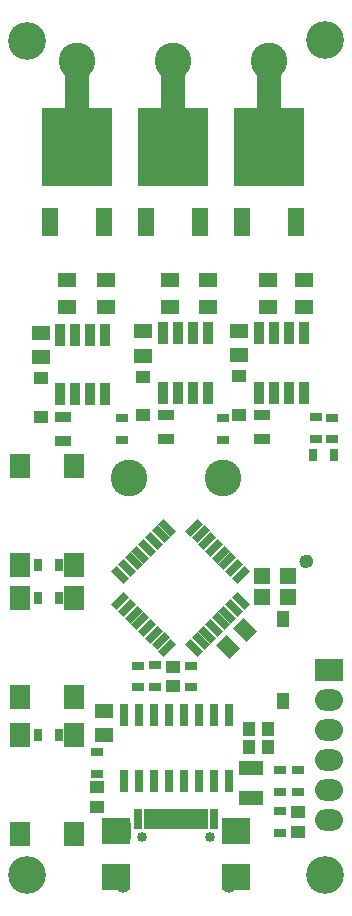
<source format=gts>
G04*
G04 #@! TF.GenerationSoftware,Altium Limited,Altium Designer,21.3.2 (30)*
G04*
G04 Layer_Color=8388736*
%FSTAX24Y24*%
%MOIN*%
G70*
G04*
G04 #@! TF.SameCoordinates,BF0EC633-498B-4F46-9C25-626D02BDF3A5*
G04*
G04*
G04 #@! TF.FilePolarity,Negative*
G04*
G01*
G75*
%ADD45C,0.0236*%
%ADD46C,0.0787*%
%ADD47R,0.0671X0.0789*%
%ADD48R,0.0434X0.0316*%
%ADD49R,0.0316X0.0434*%
%ADD50R,0.0789X0.0474*%
%ADD51R,0.0395X0.0552*%
%ADD52R,0.0395X0.0474*%
%ADD53R,0.0474X0.0434*%
%ADD54R,0.0474X0.0395*%
G04:AMPARAMS|DCode=55|XSize=59.2mil|YSize=23.7mil|CornerRadius=0mil|HoleSize=0mil|Usage=FLASHONLY|Rotation=135.000|XOffset=0mil|YOffset=0mil|HoleType=Round|Shape=Rectangle|*
%AMROTATEDRECTD55*
4,1,4,0.0293,-0.0125,0.0125,-0.0293,-0.0293,0.0125,-0.0125,0.0293,0.0293,-0.0125,0.0*
%
%ADD55ROTATEDRECTD55*%

%ADD56R,0.0631X0.0513*%
%ADD57R,0.0316X0.0781*%
%ADD58R,0.0572X0.0533*%
G04:AMPARAMS|DCode=59|XSize=59.2mil|YSize=23.7mil|CornerRadius=0mil|HoleSize=0mil|Usage=FLASHONLY|Rotation=225.000|XOffset=0mil|YOffset=0mil|HoleType=Round|Shape=Rectangle|*
%AMROTATEDRECTD59*
4,1,4,0.0125,0.0293,0.0293,0.0125,-0.0125,-0.0293,-0.0293,-0.0125,0.0125,0.0293,0.0*
%
%ADD59ROTATEDRECTD59*%

%ADD60R,0.0552X0.0380*%
%ADD61R,0.0630X0.0474*%
%ADD62R,0.0363X0.0781*%
%ADD63R,0.0198X0.0671*%
%ADD64R,0.0316X0.0671*%
%ADD65R,0.0938X0.0867*%
%ADD66R,0.0552X0.0946*%
%ADD67R,0.2363X0.2600*%
%ADD68R,0.0482X0.0426*%
G04:AMPARAMS|DCode=69|XSize=51.3mil|YSize=63.1mil|CornerRadius=0mil|HoleSize=0mil|Usage=FLASHONLY|Rotation=45.000|XOffset=0mil|YOffset=0mil|HoleType=Round|Shape=Rectangle|*
%AMROTATEDRECTD69*
4,1,4,0.0042,-0.0405,-0.0405,0.0042,-0.0042,0.0405,0.0405,-0.0042,0.0042,-0.0405,0.0*
%
%ADD69ROTATEDRECTD69*%

%ADD70C,0.1261*%
%ADD71O,0.0930X0.0730*%
%ADD72R,0.0930X0.0730*%
%ADD73C,0.1222*%
%ADD74C,0.0336*%
%ADD75O,0.0474X0.0867*%
%ADD76O,0.0493X0.0907*%
D45*
X046356Y028282D02*
G03*
X046356Y028282I-000118J0D01*
G01*
D46*
X045Y042158D02*
Y04495D01*
X0418Y042158D02*
Y04495D01*
X038591Y042158D02*
Y04495D01*
D47*
X0367Y0192D02*
D03*
X0385D02*
D03*
X0367Y0225D02*
D03*
X0385Y0225D02*
D03*
X0367Y02815D02*
D03*
X0385D02*
D03*
X0367Y03145D02*
D03*
X0385D02*
D03*
X0385Y02705D02*
D03*
X0367Y02705D02*
D03*
X0385Y02375D02*
D03*
X0367D02*
D03*
D48*
X04655Y033095D02*
D03*
X04655Y03238D02*
D03*
X04535Y01995D02*
D03*
X04535Y019235D02*
D03*
X04535Y021315D02*
D03*
X04535Y0206D02*
D03*
X04595Y021315D02*
D03*
X04595Y0206D02*
D03*
X0401Y032335D02*
D03*
X0401Y03305D02*
D03*
X04345Y032335D02*
D03*
X04345Y03305D02*
D03*
X04711Y032365D02*
D03*
X04711Y03308D02*
D03*
X0424Y024085D02*
D03*
X0424Y0248D02*
D03*
X039249Y021927D02*
D03*
X039249Y021212D02*
D03*
X040647Y024087D02*
D03*
X040647Y024802D02*
D03*
X0412Y024815D02*
D03*
X0412Y0241D02*
D03*
D49*
X046465Y03184D02*
D03*
X04718Y03184D02*
D03*
X037295Y02815D02*
D03*
X03801Y02815D02*
D03*
X037295Y0225D02*
D03*
X03801Y0225D02*
D03*
X037295Y02705D02*
D03*
X03801Y02705D02*
D03*
D50*
X0444Y021392D02*
D03*
Y020408D02*
D03*
D51*
X04545Y026378D02*
D03*
Y023622D02*
D03*
D52*
X04432Y0227D02*
D03*
X04498D02*
D03*
X04432Y0221D02*
D03*
X04498D02*
D03*
D53*
X0418Y024135D02*
D03*
Y024765D02*
D03*
D54*
X04595Y01992D02*
D03*
Y01926D02*
D03*
X039259Y020757D02*
D03*
X039259Y020097D02*
D03*
D55*
X040268Y028068D02*
D03*
X040046Y027845D02*
D03*
X040491Y028291D02*
D03*
X040714Y028514D02*
D03*
X040936Y028736D02*
D03*
X041159Y028959D02*
D03*
X041382Y029182D02*
D03*
X041605Y029404D02*
D03*
X044054Y026955D02*
D03*
X043832Y026732D02*
D03*
X043609Y026509D02*
D03*
X043386Y026286D02*
D03*
X043164Y026064D02*
D03*
X042941Y025841D02*
D03*
X042718Y025618D02*
D03*
X042495Y025396D02*
D03*
D56*
X0395Y022496D02*
D03*
Y023304D02*
D03*
X03739Y035904D02*
D03*
Y035096D02*
D03*
X0408Y035954D02*
D03*
Y035146D02*
D03*
X044Y035957D02*
D03*
Y03515D02*
D03*
D57*
X04065Y02095D02*
D03*
X04115D02*
D03*
X04165D02*
D03*
X04315D02*
D03*
X04365Y02095D02*
D03*
X04015Y02315D02*
D03*
X04065D02*
D03*
X04115D02*
D03*
X04165D02*
D03*
X04215Y02315D02*
D03*
X04265Y02315D02*
D03*
X04315D02*
D03*
X04365D02*
D03*
X04015Y02095D02*
D03*
X04265D02*
D03*
X04215Y02095D02*
D03*
D58*
X045633Y027794D02*
D03*
X045633Y027106D02*
D03*
X044767D02*
D03*
X044767Y027794D02*
D03*
D59*
X041605Y025396D02*
D03*
X041382Y025618D02*
D03*
X041159Y025841D02*
D03*
X040936Y026064D02*
D03*
X040714Y026286D02*
D03*
X040491Y026509D02*
D03*
X040268Y026732D02*
D03*
X040046Y026955D02*
D03*
X042495Y029404D02*
D03*
X042718Y029182D02*
D03*
X042941Y028959D02*
D03*
X043164Y028736D02*
D03*
X043386Y028514D02*
D03*
X043609Y028291D02*
D03*
X043832Y028068D02*
D03*
X044054Y027845D02*
D03*
D60*
X03814Y0331D02*
D03*
Y03231D02*
D03*
X04155Y03236D02*
D03*
Y03315D02*
D03*
X04475Y03236D02*
D03*
Y03315D02*
D03*
D61*
X03825Y03765D02*
D03*
Y03675D02*
D03*
X03955Y03765D02*
D03*
Y03675D02*
D03*
X04295D02*
D03*
Y03765D02*
D03*
X04495Y03675D02*
D03*
Y03765D02*
D03*
X04615Y03675D02*
D03*
Y03765D02*
D03*
X0417Y03675D02*
D03*
Y03765D02*
D03*
D62*
X04145Y033912D02*
D03*
X04195D02*
D03*
X04245D02*
D03*
X04295D02*
D03*
X04295Y035888D02*
D03*
X04245Y035888D02*
D03*
X04195Y035888D02*
D03*
X04145Y035888D02*
D03*
X04465Y033912D02*
D03*
X04515D02*
D03*
X04565D02*
D03*
X04615D02*
D03*
Y035888D02*
D03*
X04565Y035888D02*
D03*
X04515Y035888D02*
D03*
X04465Y035888D02*
D03*
X03804Y033862D02*
D03*
X03854D02*
D03*
X03904D02*
D03*
X03954D02*
D03*
X03954Y035838D02*
D03*
X03904Y035838D02*
D03*
X03854Y035838D02*
D03*
X03804Y035838D02*
D03*
D63*
X042195Y019683D02*
D03*
X041211D02*
D03*
X042589D02*
D03*
X041408D02*
D03*
X042392D02*
D03*
X041605D02*
D03*
X041802Y019683D02*
D03*
X041998D02*
D03*
D64*
X04064Y019683D02*
D03*
X040955D02*
D03*
X042845D02*
D03*
X04316D02*
D03*
D65*
X039888Y019297D02*
D03*
X043912D02*
D03*
X039888Y01775D02*
D03*
X043912D02*
D03*
D66*
X037702Y03961D02*
D03*
X039498D02*
D03*
X040902D02*
D03*
X042698D02*
D03*
X044102D02*
D03*
X045898D02*
D03*
D67*
X0386Y042091D02*
D03*
X0418D02*
D03*
X045D02*
D03*
D68*
X03739Y033113D02*
D03*
Y0344D02*
D03*
X0408Y033156D02*
D03*
Y034444D02*
D03*
X044Y033163D02*
D03*
Y03445D02*
D03*
D69*
X043615Y025415D02*
D03*
X044185Y025985D02*
D03*
D70*
X04685Y04565D02*
D03*
X046856Y017828D02*
D03*
X036947Y017822D02*
D03*
X036941Y045644D02*
D03*
D71*
X047Y02065D02*
D03*
Y02365D02*
D03*
Y02265D02*
D03*
Y02165D02*
D03*
Y01965D02*
D03*
D72*
Y02465D02*
D03*
D73*
X043473Y03105D02*
D03*
X040324D02*
D03*
X0386Y04495D02*
D03*
X0418D02*
D03*
X045D02*
D03*
D74*
X040762Y0191D02*
D03*
X043038D02*
D03*
D75*
X040139Y017651D02*
D03*
X043661D02*
D03*
D76*
X040149Y019297D02*
D03*
X043651D02*
D03*
M02*

</source>
